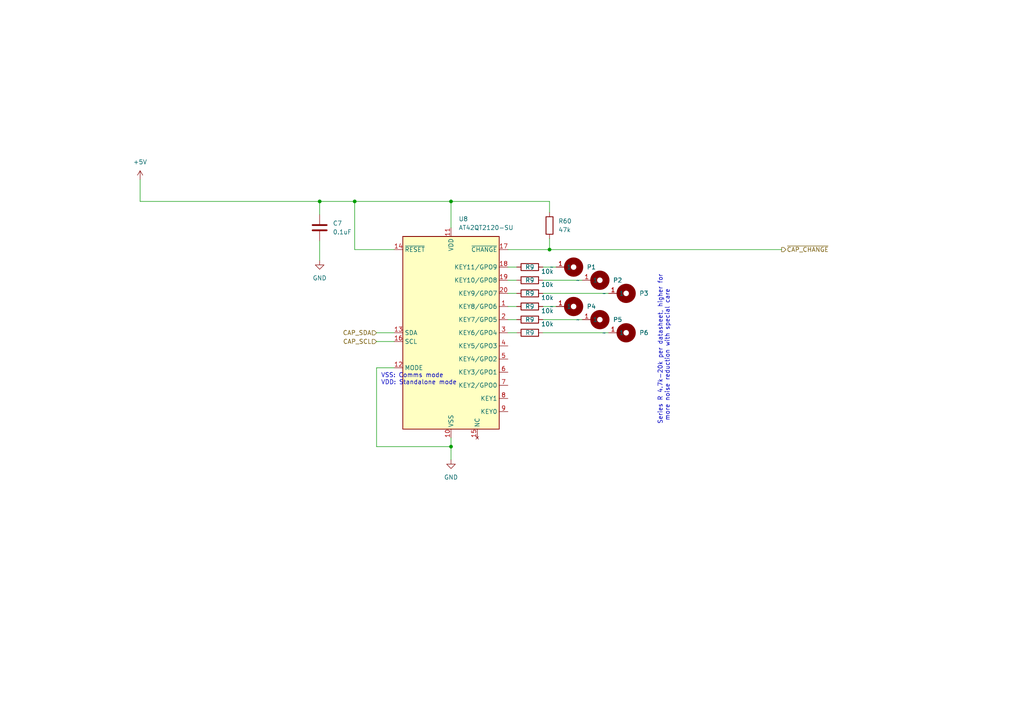
<source format=kicad_sch>
(kicad_sch (version 20230121) (generator eeschema)
  (paper "A4")
  (lib_symbols
    (symbol "Device:C" (pin_numbers hide) (pin_names (offset 0.254))
      (property "Reference" "C" (at 0.635 2.54 0))
      (property "Value" "C" (at 0.635 -2.54 0))
      (symbol "C_0_1"
        (polyline (pts (xy -2.032 -0.762) (xy 2.032 -0.762)) (stroke (width 0.508)))
        (polyline (pts (xy -2.032 0.762) (xy 2.032 0.762)) (stroke (width 0.508)))
      )
      (symbol "C_1_1"
        (pin passive line (at 0 3.81 270) (length 2.794) (name "~") (number "1"))
        (pin passive line (at 0 -3.81 90) (length 2.794) (name "~") (number "2"))
      )
    )
    (symbol "Device:R" (pin_numbers hide) (pin_names (offset 0))
      (property "Reference" "R" (at 2.032 0 90))
      (property "Value" "R" (at 0 0 90))
      (symbol "R_0_1"
        (rectangle (start -1.016 -2.54) (end 1.016 2.54) (stroke (width 0.254)))
      )
      (symbol "R_1_1"
        (pin passive line (at 0 3.81 270) (length 1.27) (name "~") (number "1"))
        (pin passive line (at 0 -3.81 90) (length 1.27) (name "~") (number "2"))
      )
    )
    (symbol "Sensor_Touch:AT42QT2120-SU"
      (property "Reference" "U" (at 10.16 38.1 0))
      (property "Value" "AT42QT2120-SU" (at 15.24 -16.51 0))
      (symbol "AT42QT2120-SU_1_1"
        (rectangle (start 13.97 40.64) (end 41.91 -15.24) (stroke (width 0.254)) (fill (type background)))
        (pin bidirectional line (at 44.45 20.32 180) (length 2.54) (name "KEY8/GPO6") (number "1"))
        (pin power_in line (at 27.94 -17.78 90) (length 2.54) (name "VSS") (number "10"))
        (pin power_in line (at 27.94 43.18 270) (length 2.54) (name "VDD") (number "11"))
        (pin input line (at 11.43 2.54 0) (length 2.54) (name "MODE") (number "12"))
        (pin bidirectional line (at 11.43 12.7 0) (length 2.54) (name "SDA") (number "13"))
        (pin input line (at 11.43 36.83 0) (length 2.54) (name "~{RESET}") (number "14"))
        (pin no_connect line (at 35.56 -17.78 90) (length 2.54) (name "NC") (number "15"))
        (pin bidirectional line (at 11.43 10.16 0) (length 2.54) (name "SCL") (number "16"))
        (pin output line (at 44.45 36.83 180) (length 2.54) (name "~{CHANGE}") (number "17"))
        (pin bidirectional line (at 44.45 31.75 180) (length 2.54) (name "KEY11/GPO9") (number "18"))
        (pin bidirectional line (at 44.45 27.94 180) (length 2.54) (name "KEY10/GPO8") (number "19"))
        (pin bidirectional line (at 44.45 16.51 180) (length 2.54) (name "KEY7/GPO5") (number "2"))
        (pin bidirectional line (at 44.45 24.13 180) (length 2.54) (name "KEY9/GPO7") (number "20"))
        (pin bidirectional line (at 44.45 12.7 180) (length 2.54) (name "KEY6/GPO4") (number "3"))
        (pin bidirectional line (at 44.45 8.89 180) (length 2.54) (name "KEY5/GPO3") (number "4"))
        (pin bidirectional line (at 44.45 5.08 180) (length 2.54) (name "KEY4/GPO2") (number "5"))
        (pin bidirectional line (at 44.45 1.27 180) (length 2.54) (name "KEY3/GPO1") (number "6"))
        (pin bidirectional line (at 44.45 -2.54 180) (length 2.54) (name "KEY2/GPO0") (number "7"))
        (pin bidirectional line (at 44.45 -6.35 180) (length 2.54) (name "KEY1") (number "8"))
        (pin bidirectional line (at 44.45 -10.16 180) (length 2.54) (name "KEY0") (number "9"))
      )
    )
    (symbol "Sensor_Touch:Single_LED_Touch_Key"
      (property "Reference" "P" (at 2.54 3.81 0))
      (symbol "Single_LED_Touch_Key_1_1"
        (circle (center 0 0) (radius 1.7961) (stroke (width 2)))
        (pin bidirectional line (at -5.08 0 0) (length 2.54) (name "1") (number "1"))
      )
    )
    (symbol "power:+5V" (power) (pin_names (offset 0))
      (property "Value" "+5V" (at 0 3.556 0))
      (symbol "+5V_0_1"
        (polyline (pts (xy -0.762 1.27) (xy 0 2.54)))
        (polyline (pts (xy 0 0) (xy 0 2.54)))
        (polyline (pts (xy 0 2.54) (xy 0.762 1.27)))
      )
      (symbol "+5V_1_1"
        (pin power_in line (at 0 0 90) (length 0) hide (name "+5V") (number "1"))
      )
    )
    (symbol "power:GND" (power) (pin_names (offset 0))
      (property "Value" "GND" (at 0 -3.81 0))
      (symbol "GND_0_1"
        (polyline (pts (xy 0 0) (xy 0 -1.27) (xy 1.27 -1.27) (xy 0 -2.54) (xy -1.27 -1.27) (xy 0 -1.27)))
      )
      (symbol "GND_1_1"
        (pin power_in line (at 0 0 270) (length 0) hide (name "GND") (number "1"))
      )
    )
  )
  (junction (at 92.71 58.42))
  (junction (at 130.81 129.54))
  (junction (at 130.81 58.42))
  (junction (at 159.385 72.39))
  (junction (at 102.87 58.42))
  (wire (pts (xy 92.71 69.85) (xy 92.71 75.565)))
  (wire (pts (xy 147.32 81.28) (xy 149.86 81.28)))
  (wire (pts (xy 130.81 66.04) (xy 130.81 58.42)))
  (wire (pts (xy 147.32 92.71) (xy 149.86 92.71)))
  (wire (pts (xy 92.71 58.42) (xy 92.71 62.23)))
  (wire (pts (xy 102.87 72.39) (xy 114.3 72.39)))
  (wire (pts (xy 157.48 96.52) (xy 176.53 96.52)))
  (wire (pts (xy 147.32 77.47) (xy 149.86 77.47)))
  (wire (pts (xy 109.22 106.68) (xy 109.22 129.54)))
  (wire (pts (xy 40.64 58.42) (xy 92.71 58.42)))
  (wire (pts (xy 147.32 85.09) (xy 149.86 85.09)))
  (wire (pts (xy 109.22 99.06) (xy 114.3 99.06)))
  (wire (pts (xy 109.22 96.52) (xy 114.3 96.52)))
  (wire (pts (xy 147.32 88.9) (xy 149.86 88.9)))
  (wire (pts (xy 40.64 52.07) (xy 40.64 58.42)))
  (wire (pts (xy 159.385 69.215) (xy 159.385 72.39)))
  (wire (pts (xy 102.87 58.42) (xy 102.87 72.39)))
  (wire (pts (xy 109.22 129.54) (xy 130.81 129.54)))
  (wire (pts (xy 114.3 106.68) (xy 109.22 106.68)))
  (wire (pts (xy 92.71 58.42) (xy 102.87 58.42)))
  (wire (pts (xy 159.385 58.42) (xy 159.385 61.595)))
  (wire (pts (xy 102.87 58.42) (xy 130.81 58.42)))
  (wire (pts (xy 147.32 72.39) (xy 159.385 72.39)))
  (wire (pts (xy 159.385 72.39) (xy 226.695 72.39)))
  (wire (pts (xy 157.48 85.09) (xy 176.53 85.09)))
  (wire (pts (xy 157.48 81.28) (xy 168.91 81.28)))
  (wire (pts (xy 157.48 88.9) (xy 161.29 88.9)))
  (wire (pts (xy 157.48 77.47) (xy 161.29 77.47)))
  (wire (pts (xy 130.81 129.54) (xy 130.81 133.35)))
  (wire (pts (xy 147.32 96.52) (xy 149.86 96.52)))
  (wire (pts (xy 157.48 92.71) (xy 168.91 92.71)))
  (wire (pts (xy 130.81 58.42) (xy 159.385 58.42)))
  (wire (pts (xy 130.81 127) (xy 130.81 129.54)))
  (text "Series R 4.7k-20k per datasheet, higher for\n more noise reduction with special care" (at 194.31 123.19 90) (effects (font (size 1.27 1.27)) (justify left bottom)))
  (text "VSS: Comms mode\nVDD: Standalone mode" (at 110.49 111.76 0) (effects (font (size 1.27 1.27)) (justify left bottom)))
  (hierarchical_label "CAP_SDA" (shape input) (at 109.22 96.52 180))
  (hierarchical_label "~{CAP_CHANGE}" (shape output) (at 226.695 72.39 0))
  (hierarchical_label "CAP_SCL" (shape input) (at 109.22 99.06 180))
  (symbol (lib_id "Sensor_Touch:Single_LED_Touch_Key") (at 181.61 85.09 0) (unit 1)
    (property "Reference" "P3" (at 185.42 85.09 0) (effects (justify left)))
    (property "Value" "~" (at 175.26 85.09 0))
    (property "Footprint" "Button_Switch_SMD:Cap_Touch_Ring_Large" (effects hide))
    (instances (project "button-board" (path "" (reference "P3") (unit 1)) (path "" (reference "P15") (unit 1)) (path "" (reference "P15") (unit 1))))
  )
  (symbol (lib_id "Device:R") (at 153.67 85.09 90) (unit 1)
    (property "Reference" "R9" (at 153.67 85.09 90))
    (property "Value" "10k" (at 158.75 86.36 90))
    (property "Footprint" "Resistor_SMD:R_0603_1608Metric" (effects hide))
    (property "Link" "https://www.digikey.de/en/products/detail/yageo/RC0603FR-0710KL/726880" (effects hide))
    (property "MPN" "RC0603FR-0710KL" (effects hide))
    (instances (project "button-board" (path "" (reference "R9") (unit 1)) (path "" (reference "R119") (unit 1)) (path "" (reference "R7") (unit 1)) (path "" (reference "R111") (unit 1))))
  )
  (symbol (lib_id "Device:R") (at 153.67 77.47 90) (unit 1)
    (property "Reference" "R9" (at 153.67 77.47 90))
    (property "Value" "10k" (at 158.75 78.74 90))
    (property "Footprint" "Resistor_SMD:R_0603_1608Metric" (effects hide))
    (property "Link" "https://www.digikey.de/en/products/detail/yageo/RC0603FR-0710KL/726880" (effects hide))
    (property "MPN" "RC0603FR-0710KL" (effects hide))
    (instances (project "button-board" (path "" (reference "R9") (unit 1)) (path "" (reference "R73") (unit 1)) (path "" (reference "R5") (unit 1)) (path "" (reference "R109") (unit 1))))
  )
  (symbol (lib_id "power:+5V") (at 40.64 52.07 0) (unit 1)
    (property "Reference" "#PWR03" (effects hide))
    (property "Value" "+5V" (at 40.64 46.99 0))
    (instances (project "button-board" (path "" (reference "#PWR03") (unit 1)) (path "" (reference "#PWR03") (unit 1)) (path "" (reference "#PWR06") (unit 1)) (path "" (reference "#PWR031") (unit 1))))
  )
  (symbol (lib_id "Sensor_Touch:Single_LED_Touch_Key") (at 173.99 92.71 0) (unit 1)
    (property "Reference" "P5" (at 177.8 92.71 0) (effects (justify left)))
    (property "Value" "~" (at 167.64 92.71 0))
    (property "Footprint" "Button_Switch_SMD:Cap_Touch_Ring_Large_Bottom" (effects hide))
    (instances (project "button-board" (path "" (reference "P5") (unit 1)) (path "" (reference "P17") (unit 1)) (path "" (reference "P17") (unit 1))))
  )
  (symbol (lib_id "Sensor_Touch:Single_LED_Touch_Key") (at 166.37 88.9 0) (unit 1)
    (property "Reference" "P4" (at 170.18 88.9 0) (effects (justify left)))
    (property "Value" "~" (at 160.02 88.9 0))
    (property "Footprint" "Button_Switch_SMD:Cap_Touch_Ring_Large_Bottom" (effects hide))
    (instances (project "button-board" (path "" (reference "P4") (unit 1)) (path "" (reference "P16") (unit 1)) (path "" (reference "P16") (unit 1))))
  )
  (symbol (lib_id "Device:C") (at 92.71 66.04 0) (unit 1)
    (property "Reference" "C7" (at 96.52 64.77 0) (effects (justify left)))
    (property "Value" "0.1uF" (at 96.52 67.31 0) (effects (justify left)))
    (property "Footprint" "Capacitor_SMD:C_0603_1608Metric" (effects hide))
    (property "Link" "https://www.digikey.de/en/products/detail/kyocera-avx/KGM15BR71H104KT/1600046" (effects hide))
    (property "MPN" "KYOCERA AVX" (effects hide))
    (instances (project "button-board" (path "" (reference "C7") (unit 1)) (path "" (reference "C11") (unit 1)) (path "" (reference "C17") (unit 1)) (path "" (reference "C18") (unit 1))))
  )
  (symbol (lib_id "Sensor_Touch:AT42QT2120-SU") (at 102.87 109.22 0) (unit 1)
    (property "Reference" "U8" (at 133.0041 63.5 0) (effects (justify left)))
    (property "Value" "AT42QT2120-SU" (at 133.0041 66.04 0) (effects (justify left)))
    (property "Footprint" "Package_SO:TSSOP-20_4.4x6.5mm_P0.65mm" (effects hide))
    (property "Link" "https://www.digikey.de/en/products/detail/microchip-technology/AT42QT2120-SU/3678689" (effects hide))
    (property "MPN" "AT42QT2120-SU" (effects hide))
    (instances (project "button-board" (path "" (reference "U8") (unit 1)) (path "" (reference "U2") (unit 1)) (path "" (reference "U3") (unit 1)) (path "" (reference "U11") (unit 1))))
  )
  (symbol (lib_id "Sensor_Touch:Single_LED_Touch_Key") (at 173.99 81.28 0) (unit 1)
    (property "Reference" "P2" (at 177.8 81.28 0) (effects (justify left)))
    (property "Value" "~" (at 167.64 81.28 0))
    (property "Footprint" "Button_Switch_SMD:Cap_Touch_Ring_Large" (effects hide))
    (instances (project "button-board" (path "" (reference "P2") (unit 1)) (path "" (reference "P14") (unit 1)) (path "" (reference "P14") (unit 1))))
  )
  (symbol (lib_id "Sensor_Touch:Single_LED_Touch_Key") (at 166.37 77.47 0) (unit 1)
    (property "Reference" "P1" (at 170.18 77.47 0) (effects (justify left)))
    (property "Value" "~" (at 160.02 77.47 0))
    (property "Footprint" "Button_Switch_SMD:Cap_Touch_Ring_Large" (effects hide))
    (instances (project "button-board" (path "" (reference "P1") (unit 1)) (path "" (reference "P13") (unit 1)) (path "" (reference "P13") (unit 1))))
  )
  (symbol (lib_id "power:GND") (at 130.81 133.35 0) (unit 1)
    (property "Reference" "#PWR015" (effects hide))
    (property "Value" "GND" (at 130.81 138.43 0))
    (instances (project "button-board" (path "" (reference "#PWR015") (unit 1)) (path "" (reference "#PWR07") (unit 1)) (path "" (reference "#PWR032") (unit 1))))
  )
  (symbol (lib_id "Device:R") (at 153.67 81.28 90) (unit 1)
    (property "Reference" "R9" (at 153.67 81.28 90))
    (property "Value" "10k" (at 158.75 82.55 90))
    (property "Footprint" "Resistor_SMD:R_0603_1608Metric" (effects hide))
    (property "Link" "https://www.digikey.de/en/products/detail/yageo/RC0603FR-0710KL/726880" (effects hide))
    (property "MPN" "RC0603FR-0710KL" (effects hide))
    (instances (project "button-board" (path "" (reference "R9") (unit 1)) (path "" (reference "R101") (unit 1)) (path "" (reference "R6") (unit 1)) (path "" (reference "R110") (unit 1))))
  )
  (symbol (lib_id "Device:R") (at 153.67 88.9 90) (unit 1)
    (property "Reference" "R9" (at 153.67 88.9 90))
    (property "Value" "10k" (at 158.75 90.17 90))
    (property "Footprint" "Resistor_SMD:R_0603_1608Metric" (effects hide))
    (property "Link" "https://www.digikey.de/en/products/detail/yageo/RC0603FR-0710KL/726880" (effects hide))
    (property "MPN" "RC0603FR-0710KL" (effects hide))
    (instances (project "button-board" (path "" (reference "R9") (unit 1)) (path "" (reference "R107") (unit 1)) (path "" (reference "R8") (unit 1)) (path "" (reference "R112") (unit 1))))
  )
  (symbol (lib_id "Sensor_Touch:Single_LED_Touch_Key") (at 181.61 96.52 0) (unit 1)
    (property "Reference" "P6" (at 185.42 96.52 0) (effects (justify left)))
    (property "Value" "~" (at 175.26 96.52 0))
    (property "Footprint" "Button_Switch_SMD:Cap_Touch_Ring_Large_Bottom" (effects hide))
    (instances (project "button-board" (path "" (reference "P6") (unit 1)) (path "" (reference "P18") (unit 1)) (path "" (reference "P18") (unit 1))))
  )
  (symbol (lib_id "Device:R") (at 153.67 92.71 90) (unit 1)
    (property "Reference" "R9" (at 153.67 92.71 90))
    (property "Value" "10k" (at 158.75 93.98 90))
    (property "Footprint" "Resistor_SMD:R_0603_1608Metric" (effects hide))
    (property "Link" "https://www.digikey.de/en/products/detail/yageo/RC0603FR-0710KL/726880" (effects hide))
    (property "MPN" "RC0603FR-0710KL" (effects hide))
    (instances (project "button-board" (path "" (reference "R9") (unit 1)) (path "" (reference "R108") (unit 1)) (path "" (reference "R9") (unit 1)) (path "" (reference "R113") (unit 1))))
  )
  (symbol (lib_id "power:GND") (at 92.71 75.565 0) (unit 1)
    (property "Reference" "#PWR07" (effects hide))
    (property "Value" "GND" (at 92.71 80.645 0))
    (instances (project "button-board" (path "" (reference "#PWR07") (unit 1)) (path "" (reference "#PWR04") (unit 1)) (path "" (reference "#PWR041") (unit 1)) (path "" (reference "#PWR042") (unit 1))))
  )
  (symbol (lib_id "Device:R") (at 159.385 65.405 0) (unit 1)
    (property "Reference" "R60" (at 161.925 64.135 0) (effects (justify left)))
    (property "Value" "47k" (at 161.925 66.675 0) (effects (justify left)))
    (property "Footprint" "Resistor_SMD:R_0603_1608Metric" (effects hide))
    (property "Link" "https://www.digikey.de/en/products/detail/yageo/RC0603FR-0747KL/727253" (effects hide))
    (property "MPN" "RC0603FR-0747KL" (effects hide))
    (instances (project "button-board" (path "" (reference "R60") (unit 1)) (path "" (reference "R121") (unit 1))))
  )
  (symbol (lib_id "Device:R") (at 153.67 96.52 90) (unit 1)
    (property "Reference" "R9" (at 153.67 96.52 90))
    (property "Value" "10k" (effects hide))
    (property "Footprint" "Resistor_SMD:R_0603_1608Metric" (effects hide))
    (property "Link" "https://www.digikey.de/en/products/detail/yageo/RC0603FR-0710KL/726880" (effects hide))
    (property "MPN" "RC0603FR-0710KL" (effects hide))
    (instances (project "button-board" (path "" (reference "R9") (unit 1)) (path "" (reference "R109") (unit 1)) (path "" (reference "R10") (unit 1)) (path "" (reference "R114") (unit 1))))
  )
)
</source>
